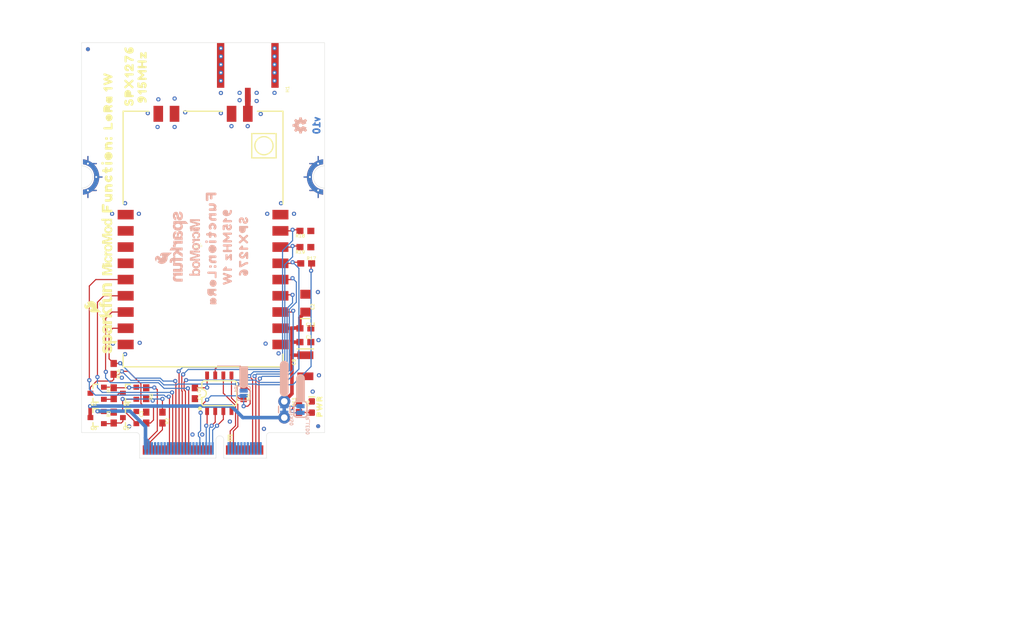
<source format=kicad_pcb>
(kicad_pcb (version 20211014) (generator pcbnew)
  (layers (0 "F.Cu" signal) (31 "B.Cu" signal) (34 "B.Paste" user) (35 "F.Paste" user) (36 "B.SilkS" user "B.Silkscreen") (37 "F.SilkS" user "F.Silkscreen") (38 "B.Mask" user) (39 "F.Mask" user) (44 "Edge.Cuts" user))
  (net 0 "")
  (net 1 "SPI_SCK")
  (net 2 "GND")
  (net 3 "3.3V")
  (net 4 "SPI_COPI")
  (net 5 "SPI_CIPO")
  (net 6 "5V")
  (net 7 "N$6")
  (net 8 "N$5")
  (net 9 "LORA_~{RST}")
  (net 10 "LORA_TXEN")
  (net 11 "LORA_RXEN")
  (net 12 "LORA_~{CS}")
  (net 13 "LORA_D0")
  (net 14 "LORA_D1")
  (net 15 "LORA_D2")
  (net 16 "VCC")
  (net 17 "N$1")
  (net 18 "N$4")
  (net 19 "VCC_IN")
  (net 20 "PWR_EN")
  (net 21 "3.3V_IN")
  (net 22 "A0")
  (net 23 "A2")
  (net 24 "A1")
  (net 25 "I2C_SCL")
  (net 26 "I2C_SDA")
  (net 27 "N$2")
  (net 28 "N$3")
  (net 29 "EWP")
  (footprint "boardEagle:PWR0" (layer "F.Cu") (at 166.7011 129.4036 90)
    (fp_text reference "U$7" hide)
    (fp_text value "" hide)
  )
  (footprint "boardEagle:STAND-OFF" (layer "F.Cu") (at 163.7411 80.3536 90)
    (fp_text reference "H1")
    (fp_text value "STAND-OFF")
  )
  (footprint "boardEagle:MICROMOD_LOGO_.35" (layer "F.Cu") (at 133.5011 104.5036 90)
    (fp_text reference "U$63" hide)
    (fp_text value "" hide)
  )
  (footprint "boardEagle:0603" (layer "F.Cu") (at 164.5031 104.4836 180)
    (fp_text reference "R19")
    (fp_text value "100k")
  )
  (footprint "boardEagle:E19-915MS1W" (layer "F.Cu") (at 148.5011 103.2136 180)
    (fp_text reference "U4")
    (fp_text value "E19-915M30S")
  )
  (footprint "boardEagle:0603" (layer "F.Cu") (at 164.6301 107.0236)
    (fp_text reference "R17")
    (fp_text value "100k")
  )
  (footprint "boardEagle:LORA0" (layer "F.Cu") (at 133.6421 83.4016 90)
    (fp_text reference "U$5" hide)
    (fp_text value "" hide)
  )
  (footprint "boardEagle:ORDERING_INSTRUCTIONS" (layer "F.Cu") (at 175.1711 76.5436)
    (fp_text reference "LOGO2" hide)
    (fp_text value "SPECIAL_INSTRUCTIONS-ORDERING" hide)
  )
  (footprint "boardEagle:SFE_LOGO_NAME_FLAME_.1" (layer "F.Cu") (at 133.6421 115.5326 90)
    (fp_text reference "LOGO1" hide)
    (fp_text value "SFE_LOGO_NAME_FLAME.1_INCH" hide)
  )
  (footprint "boardEagle:0603" (layer "F.Cu") (at 154.8511 127.3436 -90)
    (fp_text reference "R4")
    (fp_text value "10k")
  )
  (footprint "boardEagle:0603" (layer "F.Cu") (at 163.5011 129.5036 90)
    (fp_text reference "R11")
    (fp_text value "1k")
  )
  (footprint "boardEagle:SPX12763" (layer "F.Cu") (at 136.9441 77.6866 90)
    (fp_text reference "U$6" hide)
    (fp_text value "" hide)
  )
  (footprint "boardEagle:FUNCTION#0" (layer "F.Cu") (at 133.5151 93.0536 90)
    (fp_text reference "U$8" hide)
    (fp_text value "" hide)
  )
  (footprint "boardEagle:SOT23-3" (layer "F.Cu") (at 137.0711 127.3436 90)
    (fp_text reference "Q8")
    (fp_text value "5.8A/30V/35mΩ")
  )
  (footprint "boardEagle:0603" (layer "F.Cu") (at 134.5311 123.5336 -90)
    (fp_text reference "R16")
    (fp_text value "100k")
  )
  (footprint "boardEagle:0603" (layer "F.Cu") (at 139.6111 131.1536 90)
    (fp_text reference "C3")
    (fp_text value "0.1uF")
  )
  (footprint "boardEagle:FIDUCIAL-MICRO" (layer "F.Cu") (at 130.5011 73.5036 90)
    (fp_text reference "FD2" hide)
    (fp_text value "FIDUCIALUFIDUCIAL" hide)
  )
  (footprint "boardEagle:SOT23-3" (layer "F.Cu") (at 131.9911 127.3436 90)
    (fp_text reference "Q2")
    (fp_text value "20V/4.2A/52mΩ/1.4W")
  )
  (footprint "boardEagle:SMA-EDGE-SMD" (layer "F.Cu") (at 155.5011 72.5436)
    (fp_text reference "E1" hide)
    (fp_text value "RP-SMA" hide)
  )
  (footprint "boardEagle:M.2-CARD-E-22_FUNCTION_STANDARD" (layer "F.Cu") (at 148.5011 137.5036)
    (fp_text reference "J11" hide)
    (fp_text value "MICROMOD_FUNCTION_STANDARD" hide)
    (fp_arc (start -19 -45.75) (mid -17.25 -44) (end -19 -42.25) (layer "Edge.Cuts") (width 0.0508))
    (fp_arc (start 19 -42.25) (mid 17.25 -44) (end 19 -45.75) (layer "Edge.Cuts") (width 0.0508))
  )
  (footprint "boardEagle:0603" (layer "F.Cu") (at 134.5311 131.1536 90)
    (fp_text reference "R3")
    (fp_text value "10k")
  )
  (footprint "boardEagle:0603" (layer "F.Cu") (at 142.1511 131.1536 -90)
    (fp_text reference "R2")
    (fp_text value "470")
  )
  (footprint "boardEagle:0603" (layer "F.Cu") (at 164.5031 119.3426)
    (fp_text reference "C1")
    (fp_text value "0.1uF")
  )
  (footprint "boardEagle:LED-0603" (layer "F.Cu") (at 165.5011 129.5036 90)
    (fp_text reference "D5")
    (fp_text value "RED")
  )
  (footprint "boardEagle:0603" (layer "F.Cu") (at 139.6111 127.3436 -90)
    (fp_text reference "R6")
    (fp_text value "100k")
  )
  (footprint "boardEagle:0603" (layer "F.Cu") (at 134.5311 127.3436 90)
    (fp_text reference "R1")
    (fp_text value "10k")
  )
  (footprint "boardEagle:SOT23-3" (layer "F.Cu") (at 137.0711 131.1536 90)
    (fp_text reference "Q9")
    (fp_text value "5.8A/30V/35mΩ")
  )
  (footprint "boardEagle:1W1" (layer "F.Cu") (at 133.6421 78.5756 90)
    (fp_text reference "U$2" hide)
    (fp_text value "" hide)
  )
  (footprint "boardEagle:CREATIVE_COMMONS" (layer "F.Cu") (at 137.0711 165.4436)
    (fp_text reference "FRAME2" hide)
    (fp_text value "FRAME-LETTER" hide)
  )
  (footprint "boardEagle:SO08" (layer "F.Cu") (at 151.0411 127.3436)
    (fp_text reference "U1")
    (fp_text value "EEPROM")
  )
  (footprint "boardEagle:0603" (layer "F.Cu") (at 164.5031 101.9436 180)
    (fp_text reference "R18")
    (fp_text value "100k")
  )
  (footprint "boardEagle:0603" (layer "F.Cu") (at 147.2311 127.3436 -90)
    (fp_text reference "C4")
    (fp_text value "0.1uF")
  )
  (footprint "boardEagle:FIDUCIAL-MICRO" (layer "F.Cu") (at 166.5011 132.5036 90)
    (fp_text reference "FD1" hide)
    (fp_text value "FIDUCIALUFIDUCIAL" hide)
  )
  (footprint "boardEagle:0603" (layer "F.Cu") (at 164.5031 117.1836)
    (fp_text reference "C13")
    (fp_text value "0.22uF")
  )
  (footprint "boardEagle:EIA3216" (layer "F.Cu") (at 164.5031 113.2466 -90)
    (fp_text reference "C2")
    (fp_text value "10uF")
  )
  (footprint "boardEagle:SOT23-3" (layer "F.Cu") (at 131.9911 131.1536 90)
    (fp_text reference "Q6")
    (fp_text value "20V/4.2A/52mΩ/1.4W")
  )
  (footprint "boardEagle:EIA3528" (layer "F.Cu") (at 164.5011 123.0436 90)
    (fp_text reference "C8")
    (fp_text value "47uF")
  )
  (footprint "boardEagle:915MHZ2" (layer "F.Cu") (at 138.9761 77.8136 90)
    (fp_text reference "U$3" hide)
    (fp_text value "" hide)
  )
  (footprint "boardEagle:#MEAS#3" (layer "B.Cu") (at 161.2011 122.2636 -90)
    (fp_text reference "U$28" hide)
    (fp_text value "" hide)
  )
  (footprint "boardEagle:LORA0" (layer "B.Cu") (at 149.8981 110.9606 -90)
    (fp_text reference "U$1" hide)
    (fp_text value "" hide)
  )
  (footprint "boardEagle:FUNCTION#0" (layer "B.Cu") (at 149.7711 101.9436 -90)
    (fp_text reference "U$4" hide)
    (fp_text value "" hide)
  )
  (footprint "boardEagle:#WP#0" (layer "B.Cu") (at 154.8511 124.6766 -90)
    (fp_text reference "U$10" hide)
    (fp_text value "" hide)
  )
  (footprint "boardEagle:FIDUCIAL-MICRO" (layer "B.Cu") (at 166.5011 132.5036 -90)
    (fp_text reference "FD3" hide)
    (fp_text value "FIDUCIALUFIDUCIAL" hide)
  )
  (footprint "boardEagle:FIDUCIAL-MICRO" (layer "B.Cu") (at 130.5011 73.5036 -90)
    (fp_text reference "FD4" hide)
    (fp_text value "FIDUCIALUFIDUCIAL" hide)
  )
  (footprint "boardEagle:SMT-JUMPER_2_NO_SILK" (layer "B.Cu") (at 154.8511 127.3436 -90)
    (fp_text reference "JP1")
    (fp_text value "JUMPER-SMT_2_NO_SILK")
  )
  (footprint "boardEagle:SMT-JUMPER_2_NC_TRACE_SILK" (layer "B.Cu") (at 163.7411 129.8836 90)
    (fp_text reference "PWR_LED0")
    (fp_text value "JUMPER-SMT_2_NC_TRACE_SILK")
  )
  (footprint "boardEagle:SPX12763" (layer "B.Cu") (at 154.8511 104.4836 -90)
    (fp_text reference "U$27" hide)
    (fp_text value "" hide)
  )
  (footprint "boardEagle:OSHW-LOGO-MINI" (layer "B.Cu") (at 163.7411 85.4336 -90)
    (fp_text reference "LOGO3" hide)
    (fp_text value "OSHW-LOGOMINI" hide)
  )
  (footprint "boardEagle:MICROMOD_LOGO_.35" (layer "B.Cu") (at 147.2311 104.4836 -90)
    (fp_text reference "U$37" hide)
    (fp_text value "" hide)
  )
  (footprint "boardEagle:1W1" (layer "B.Cu") (at 152.3111 109.0556 -90)
    (fp_text reference "U$30" hide)
    (fp_text value "" hide)
  )
  (footprint "boardEagle:COMBO-JUMPER_2_NC_TRACE" (layer "B.Cu") (at 161.2011 129.8836 90)
    (fp_text reference "MEAS0")
    (fp_text value "JUMPER-COMBO_2_NC_TRACE")
  )
  (footprint "boardEagle:915MHZ2" (layer "B.Cu") (at 152.3111 102.7056 -90)
    (fp_text reference "U$29" hide)
    (fp_text value "" hide)
  )
  (footprint "boardEagle:SFE_LOGO_NAME_FLAME_.1" (layer "B.Cu") (at 144.6911 104.4836 -90)
    (fp_text reference "LOGO4" hide)
    (fp_text value "SFE_LOGO_NAME_FLAME.1_INCH" hide)
  )
  (footprint "boardEagle:#PWR#0" (layer "B.Cu") (at 163.7411 126.7086 -90)
    (fp_text reference "U$9" hide)
    (fp_text value "" hide)
  )
  (gr_line (start 167.5011 133.5036) (end 167.5011 72.5036) (layer "Edge.Cuts") (width 0.05))
  (gr_line (start 158.4261 137.5036) (end 158.4261 134.0036) (layer "Edge.Cuts") (width 0.05))
  (gr_line (start 138.1011 133.5036) (end 129.5011 133.5036) (layer "Edge.Cuts") (width 0.05))
  (gr_line (start 167.5011 72.5036) (end 129.5011 72.5036) (layer "Edge.Cuts") (width 0.05))
  (gr_line (start 158.4261 137.5036) (end 151.7261 137.5036) (layer "Edge.Cuts") (width 0.05))
  (gr_line (start 158.9011 133.5036) (end 167.5011 133.5036) (layer "Edge.Cuts") (width 0.05))
  (gr_arc (start 158.4261 134.0036) (mid 158.560047 133.655224) (end 158.9011 133.5036) (layer "Edge.Cuts") (width 0.05))
  (gr_line (start 151.7261 137.5036) (end 151.7261 134.6036) (layer "Edge.Cuts") (width 0.05))
  (gr_line (start 129.5011 72.5036) (end 129.5011 133.5036) (layer "Edge.Cuts") (width 0.05))
  (gr_line (start 150.5261 137.5036) (end 150.5261 134.6036) (layer "Edge.Cuts") (width 0.05))
  (gr_arc (start 138.1011 133.5036) (mid 138.442153 133.655224) (end 138.5761 134.0036) (layer "Edge.Cuts") (width 0.05))
  (gr_line (start 150.5261 137.5036) (end 138.5761 137.5036) (layer "Edge.Cuts") (width 0.05))
  (gr_arc (start 150.5261 134.6036) (mid 151.126101 134.003079) (end 151.7261 134.603602) (layer "Edge.Cuts") (width 0.05))
  (gr_line (start 138.5761 137.5036) (end 138.5761 134.0036) (layer "Edge.Cuts") (width 0.05))
  (gr_text "v10" (at 166.2811 85.4336 -270) (layer "B.Cu") (effects (font (size 1.016 1.016) (thickness 0.254)) (justify mirror)))
  (segment (start 162.4031 114.6336) (end 160.6011 114.6336) (width 0.1778) (layer "F.Cu") (net 1))
  (segment (start 157.2511 125.1976) (end 157.2511 136.2286) (width 0.1778) (layer "F.Cu") (net 1))
  (segment (start 157.3911 125.0576) (end 157.2511 125.1976) (width 0.1778) (layer "F.Cu") (net 1))
  (segment (start 162.5931 114.4436) (end 162.4031 114.6336) (width 0.1778) (layer "F.Cu") (net 1))
  (via (at 157.3911 125.0576) (size 0.6604) (drill 0.3048) (layers "F.Cu" "B.Cu") (net 1))
  (via (at 162.5931 114.4436) (size 0.6604) (drill 0.3048) (layers "F.Cu" "B.Cu") (net 1))
  (segment (start 161.603 124.6935) (end 157.7552 124.6935) (width 0.1778) (layer "B.Cu") (net 1))
  (segment (start 157.3911 125.0576) (end 157.7552 124.6935) (width 0.1778) (layer "B.Cu") (net 1))
  (segment (start 162.5931 123.7034) (end 161.603 124.6935) (width 0.1778) (layer "B.Cu") (net 1))
  (segment (start 162.5931 123.7034) (end 162.5931 114.4436) (width 0.1778) (layer "B.Cu") (net 1))
  (segment (start 131.8011 94.3036) (end 131.8011 93.5036) (width 0.254) (layer "F.Cu") (net 2))
  (segment (start 165.2011 94.3036) (end 165.2011 93.5036) (width 0.254) (layer "F.Cu") (net 2))
  (segment (start 130.5011 95.6036) (end 131.8011 94.3036) (width 0.254) (layer "F.Cu") (net 2))
  (segment (start 166.5011 95.6036) (end 165.2011 94.3036) (width 0.254) (layer "F.Cu") (net 2))
  (via (at 156.8831 80.3376) (size 0.6604) (drill 0.3048) (layers "F.Cu" "B.Cu") (net 2))
  (via (at 136.9441 132.5346) (size 0.6604) (drill 0.3048) (layers "F.Cu" "B.Cu") (net 2))
  (via (at 159.6771 75.9086) (size 0.6604) (drill 0.3048) (layers "F.Cu" "B.Cu") (net 2))
  (via (at 157.5181 83.6396) (size 0.6604) (drill 0.3048) (layers "F.Cu" "B.Cu") (net 2))
  (via (at 151.2951 73.3686) (size 0.6604) (drill 0.3048) (layers "F.Cu" "B.Cu") (net 2))
  (via (at 160.3121 121.1046) (size 0.6604) (drill 0.3048) (layers "F.Cu" "B.Cu") (net 2))
  (via (at 159.6771 77.1786) (size 0.6604) (drill 0.3048) (layers "F.Cu" "B.Cu") (net 2))
  (via (at 136.3091 121.2316) (size 0.6604) (drill 0.3048) (layers "F.Cu" "B.Cu") (net 2))
  (via (at 151.2951 74.6386) (size 0.6604) (drill 0.3048) (layers "F.Cu" "B.Cu") (net 2))
  (via (at 141.5161 81.3536) (size 0.6604) (drill 0.3048) (layers "F.Cu" "B.Cu") (net 2))
  (via (at 151.2951 77.1786) (size 0.6604) (drill 0.3048) (layers "F.Cu" "B.Cu") (net 2))
  (via (at 139.8651 83.5126) (size 0.6604) (drill 0.3048) (layers "F.Cu" "B.Cu") (net 2))
  (via (at 138.4681 99.2606) (size 0.6604) (drill 0.3048) (layers "F.Cu" "B.Cu") (net 2))
  (via (at 159.6771 80.3376) (size 0.6604) (drill 0.3048) (layers "F.Cu" "B.Cu") (net 2))
  (via (at 134.4041 119.5806) (size 0.6604) (drill 0.3048) (layers "F.Cu" "B.Cu") (net 2))
  (via (at 159.6771 78.4486) (size 0.6604) (drill 0.3048) (layers "F.Cu" "B.Cu") (net 2))
  (via (at 159.6771 73.3686) (size 0.6604) (drill 0.3048) (layers "F.Cu" "B.Cu") (net 2))
  (via (at 166.4621 111.5086) (size 0.6604) (drill 0.3048) (layers "F.Cu" "B.Cu") (net 2))
  (via (at 158.5341 99.2606) (size 0.6604) (drill 0.3048) (layers "F.Cu" "B.Cu") (net 2))
  (via (at 151.2951 83.5126) (size 0.6604) (drill 0.3048) (layers "F.Cu" "B.Cu") (net 2))
  (via (at 162.7251 99.2606) (size 0.6604) (drill 0.3048) (layers "F.Cu" "B.Cu") (net 2))
  (via (at 152.6921 131.7726) (size 0.6604) (drill 0.3048) (layers "F.Cu" "B.Cu") (net 2))
  (via (at 151.2951 78.4486) (size 0.6604) (drill 0.3048) (layers "F.Cu" "B.Cu") (net 2))
  (via (at 138.5951 119.4536) (size 0.6604) (drill 0.3048) (layers "F.Cu" "B.Cu") (net 2))
  (via (at 136.3091 97.6096) (size 0.6604) (drill 0.3048) (layers "F.Cu" "B.Cu") (net 2))
  (via (at 145.7071 83.3856) (size 0.6604) (drill 0.3048) (layers "F.Cu" "B.Cu") (net 2))
  (via (at 158.0261 132.9156) (size 0.6604) (drill 0.3048) (layers "F.Cu" "B.Cu") (net 2))
  (via (at 159.6771 74.6386) (size 0.6604) (drill 0.3048) (layers "F.Cu" "B.Cu") (net 2))
  (via (at 152.9461 85.5446) (size 0.6604) (drill 0.3048) (layers "F.Cu" "B.Cu") (net 2))
  (via (at 144.0561 81.2266) (size 0.6604) (drill 0.3048) (layers "F.Cu" "B.Cu") (net 2))
  (via (at 166.5541 119.0346) (size 0.6604) (drill 0.3048) (layers "F.Cu" "B.Cu") (net 2))
  (via (at 151.2951 75.9086) (size 0.6604) (drill 0.3048) (layers "F.Cu" "B.Cu") (net 2))
  (via (at 166.6271 124.5336) (size 0.6604) (drill 0.3048) (layers "F.Cu" "B.Cu") (net 2))
  (via (at 134.2771 99.2606) (size 0.6604) (drill 0.3048) (layers "F.Cu" "B.Cu") (net 2))
  (via (at 165.6461 127.0896) (size 0.6604) (drill 0.3048) (layers "F.Cu" "B.Cu") (net 2))
  (via (at 155.4861 85.5446) (size 0.6604) (drill 0.3048) (layers "F.Cu" "B.Cu") (net 2))
  (via (at 148.3741 133.8046) (size 0.6604) (drill 0.3048) (layers "F.Cu" "B.Cu") (net 2))
  (via (at 144.0561 85.6716) (size 0.6604) (drill 0.3048) (layers "F.Cu" "B.Cu") (net 2))
  (via (at 156.8831 81.6076) (size 0.6604) (drill 0.3048) (layers "F.Cu" "B.Cu") (net 2))
  (via (at 158.2801 119.5806) (size 0.6604) (drill 0.3048) (layers "F.Cu" "B.Cu") (net 2))
  (via (at 151.2951 80.3536) (size 0.6604) (drill 0.3048) (layers "F.Cu" "B.Cu") (net 2))
  (via (at 135.8011 124.9146) (size 0.6604) (drill 0.3048) (layers "F.Cu" "B.Cu") (net 2))
  (via (at 154.2161 81.4806) (size 0.6604) (drill 0.3048) (layers "F.Cu" "B.Cu") (net 2))
  (via (at 141.3891 85.6716) (size 0.6604) (drill 0.3048) (layers "F.Cu" "B.Cu") (net 2))
  (via (at 160.6931 97.6096) (size 0.6604) (drill 0.3048) (layers "F.Cu" "B.Cu") (net 2))
  (via (at 154.2161 80.3376) (size 0.6604) (drill 0.3048) (layers "F.Cu" "B.Cu") (net 2))
  (via (at 146.8501 133.8046) (size 0.6604) (drill 0.3048) (layers "F.Cu" "B.Cu") (net 2))
  (segment (start 134.2771 125.4386) (end 134.5311 125.1846) (width 0.1778) (layer "F.Cu") (net 3))
  (segment (start 138.7878 128.9333) (end 139.1031 129.2486) (width 0.1778) (layer "F.Cu") (net 3))
  (segment (start 140.2851 132.0036) (end 140.7541 131.5346) (width 0.1778) (layer "F.Cu") (net 3))
  (segment (start 131.8641 125.4386) (end 134.2771 125.4386) (width 0.1778) (layer "F.Cu") (net 3))
  (segment (start 136.819268 123.9146) (end 138.7878 125.883132) (width 0.1778) (layer "F.Cu") (net 3))
  (segment (start 130.8911 126.4116) (end 131.8641 125.4386) (width 0.1778) (layer "F.Cu") (net 3))
  (segment (start 140.7541 131.5346) (end 140.7541 129.5026) (width 0.1778) (layer "F.Cu") (net 3))
  (segment (start 149.1361 124.5436) (end 149.1361 126.4546) (width 0.1778) (layer "F.Cu") (net 3))
  (segment (start 154.8511 128.1936) (end 154.172 128.1936) (width 0.1778) (layer "F.Cu") (net 3))
  (segment (start 149.0971 126.4936) (end 149.1361 126.4546) (width 0.1778) (layer "F.Cu") (net 3))
  (segment (start 139.6111 132.0036) (end 140.2851 132.0036) (width 0.1778) (layer "F.Cu") (net 3))
  (segment (start 165.3921 107.1116) (end 165.4801 107.0236) (width 0.1778) (layer "F.Cu") (net 3))
  (segment (start 138.7878 125.883132) (end 138.7878 128.9333) (width 0.1778) (layer "F.Cu") (net 3))
  (segment (start 130.8911 127.3436) (end 130.8911 126.4116) (width 0.1778) (layer "F.Cu") (net 3))
  (segment (start 135.3321 124.3836) (end 135.8011 123.9146) (width 0.1778) (layer "F.Cu") (net 3))
  (segment (start 165.3921 108.1666) (end 165.3921 107.1116) (width 0.1778) (layer "F.Cu") (net 3))
  (segment (start 139.1031 129.2486) (end 140.5001 129.2486) (width 0.1778) (layer "F.Cu") (net 3))
  (segment (start 134.5311 124.3836) (end 134.5311 125.1846) (width 0.1778) (layer "F.Cu") (net 3))
  (segment (start 140.7541 129.5026) (end 140.5001 129.2486) (width 0.1778) (layer "F.Cu") (net 3))
  (segment (start 134.5311 124.3836) (end 135.3321 124.3836) (width 0.1778) (layer "F.Cu") (net 3))
  (segment (start 147.2311 126.4936) (end 149.0971 126.4936) (width 0.1778) (layer "F.Cu") (net 3))
  (segment (start 154.172 128.1936) (end 153.8431 127.8647) (width 0.1778) (layer "F.Cu") (net 3))
  (segment (start 153.8431 127.8647) (end 153.8431 125.909725) (width 0.1778) (layer "F.Cu") (net 3))
  (segment (start 135.8011 123.9146) (end 136.819268 123.9146) (width 0.1778) (layer "F.Cu") (net 3))
  (via (at 165.3921 108.1666) (size 0.6604) (drill 0.3048) (layers "F.Cu" "B.Cu") (net 3))
  (via (at 135.8011 123.9146) (size 0.6604) (drill 0.3048) (layers "F.Cu" "B.Cu") (net 3))
  (via (at 149.1361 126.4546) (size 0.6604) (drill 0.3048) (layers "F.Cu" "B.Cu") (net 3))
  (via (at 153.8431 125.909725) (size 0.6604) (drill 0.3048) (layers "F.Cu" "B.Cu") (net 3))
  (segment (start 149.1361 125.909725) (end 153.8431 125.909725) (width 0.1778) (layer "B.Cu") (net 3))
  (segment (start 162.5462 126.0101) (end 165.3921 123.1642) (width 0.1778) (layer "B.Cu") (net 3))
  (segment (start 153.8431 125.909725) (end 156.896175 125.909725) (width 0.1778) (layer "B.Cu") (net 3))
  (segment (start 137.2235 125.337) (end 135.8011 123.9146) (width 0.1778) (layer "B.Cu") (net 3))
  (segment (start 156.99655 126.0101) (end 162.5462 126.0101) (width 0.1778) (layer "B.Cu") (net 3))
  (segment (start 144.40145 126.0355) (end 142.3619 126.0355) (width 0.1778) (layer "B.Cu") (net 3))
  (segment (start 144.527225 125.909725) (end 149.1361 125.909725) (width 0.1778) (layer "B.Cu") (net 3))
  (segment (start 141.6634 125.337) (end 137.2235 125.337) (width 0.1778) (layer "B.Cu") (net 3))
  (segment (start 142.3619 126.0355) (end 141.6634 125.337) (width 0.1778) (layer "B.Cu") (net 3))
  (segment (start 165.3921 123.1642) (end 165.3921 108.1666) (width 0.1778) (layer "B.Cu") (net 3))
  (segment (start 149.1361 126.4546) (end 149.1361 125.909725) (width 0.1778) (layer "B.Cu") (net 3))
  (segment (start 144.527225 125.909725) (end 144.40145 126.0355) (width 0.1778) (layer "B.Cu") (net 3))
  (segment (start 156.896175 125.909725) (end 156.99655 126.0101) (width 0.1778) (layer "B.Cu") (net 3))
  (segment (start 156.7511 136.2286) (end 156.7511 124.8748) (width 0.1778) (layer "F.Cu") (net 4))
  (segment (start 162.4931 109.3436) (end 162.2831 109.5536) (width 0.1778) (layer "F.Cu") (net 4))
  (segment (start 162.2831 109.5536) (end 160.6011 109.5536) (width 0.1778) (layer "F.Cu") (net 4))
  (segment (start 156.7511 124.8748) (end 156.5529 124.6766) (width 0.1778) (layer "F.Cu") (net 4))
  (via (at 156.5529 124.6766) (size 0.6604) (drill 0.3048) (layers "F.Cu" "B.Cu") (net 4))
  (via (at 162.4931 109.3436) (size 0.6604) (drill 0.3048) (layers "F.Cu" "B.Cu") (net 4))
  (segment (start 161.9962 123.7974) (end 161.9962 114.19635) (width 0.1778) (layer "B.Cu") (net 4))
  (segment (start 163.0931 109.9436) (end 163.0931 113.099447) (width 0.1778) (layer "B.Cu") (net 4))
  (segment (start 161.9962 114.19635) (end 163.0931 113.099447) (width 0.1778) (layer "B.Cu") (net 4))
  (segment (start 156.7942 124.42935) (end 156.88565 124.3379) (width 0.1778) (layer "B.Cu") (net 4))
  (segment (start 163.0931 109.9436) (end 162.4931 109.3436) (width 0.1778) (layer "B.Cu") (net 4))
  (segment (start 156.88565 124.3379) (end 161.4557 124.3379) (width 0.1778) (layer "B.Cu") (net 4))
  (segment (start 161.9962 123.7974) (end 161.4557 124.3379) (width 0.1778) (layer "B.Cu") (net 4))
  (segment (start 156.7942 124.4353) (end 156.7942 124.42935) (width 0.1778) (layer "B.Cu") (net 4))
  (segment (start 156.5529 124.6766) (end 156.7942 124.4353) (width 0.1778) (layer "B.Cu") (net 4))
  (segment (start 155.956 124.9179) (end 155.7147 124.6766) (width 0.1778) (layer "F.Cu") (net 5))
  (segment (start 162.4962 111.9436) (end 160.7511 111.9436) (width 0.1778) (layer "F.Cu") (net 5))
  (segment (start 156.2511 136.2286) (end 156.2511 125.218954) (width 0.1778) (layer "F.Cu") (net 5))
  (segment (start 156.2511 125.218954) (end 155.956 124.923854) (width 0.1778) (layer "F.Cu") (net 5))
  (segment (start 160.7511 111.9436) (end 160.6011 112.0936) (width 0.1778) (layer "F.Cu") (net 5))
  (segment (start 155.956 124.923854) (end 155.956 124.9179) (width 0.1778) (layer "F.Cu") (net 5))
  (via (at 155.7147 124.6766) (size 0.6604) (drill 0.3048) (layers "F.Cu" "B.Cu") (net 5))
  (via (at 162.4962 111.9436) (size 0.6604) (drill 0.3048) (layers "F.Cu" "B.Cu") (net 5))
  (segment (start 156.40305 123.9823) (end 161.3084 123.9823) (width 0.1778) (layer "B.Cu") (net 5))
  (segment (start 155.956 124.42935) (end 156.40305 123.9823) (width 0.1778) (layer "B.Cu") (net 5))
  (segment (start 162.4962 113.19345) (end 162.4962 111.9436) (width 0.1778) (layer "B.Cu") (net 5))
  (segment (start 155.7147 124.6766) (end 155.956 124.4353) (width 0.1778) (layer "B.Cu") (net 5))
  (segment (start 161.6406 114.04905) (end 162.4962 113.19345) (width 0.1778) (layer "B.Cu") (net 5))
  (segment (start 161.3084 123.9823) (end 161.6406 123.6501) (width 0.1778) (layer "B.Cu") (net 5))
  (segment (start 161.6406 123.6501) (end 161.6406 114.04905) (width 0.1778) (layer "B.Cu") (net 5))
  (segment (start 155.956 124.4353) (end 155.956 124.42935) (width 0.1778) (layer "B.Cu") (net 5))
  (segment (start 160.6011 117.1736) (end 162.4011 117.1736) (width 0.5588) (layer "F.Cu") (net 6))
  (segment (start 162.5981 119.3426) (end 162.4011 119.1456) (width 0.5588) (layer "F.Cu") (net 6))
  (segment (start 163.6001 117.1306) (end 163.6531 117.1836) (width 0.5588) (layer "F.Cu") (net 6))
  (segment (start 163.6531 119.3426) (end 162.5981 119.3426) (width 0.5588) (layer "F.Cu") (net 6))
  (segment (start 162.4511 121.3936) (end 162.4011 121.3436) (width 0.5588) (layer "F.Cu") (net 6))
  (segment (start 162.6551 117.1306) (end 163.6001 117.1306) (width 0.5588) (layer "F.Cu") (net 6))
  (segment (start 162.4011 119.1456) (end 162.4011 117.1736) (width 0.5588) (layer "F.Cu") (net 6))
  (segment (start 162.4011 121.3436) (end 162.4011 127.4136) (width 0.5588) (layer "F.Cu") (net 6))
  (segment (start 162.4011 121.3436) (end 162.4011 119.1456) (width 0.5588) (layer "F.Cu") (net 6))
  (segment (start 162.4011 127.4136) (end 161.2011 128.6136) (width 0.5588) (layer "F.Cu") (net 6))
  (segment (start 163.6531 117.1836) (end 163.6531 115.4966) (width 0.5588) (layer "F.Cu") (net 6))
  (segment (start 163.6531 115.4966) (end 164.5031 114.6466) (width 0.5588) (layer "F.Cu") (net 6))
  (segment (start 164.5011 121.3936) (end 162.4511 121.3936) (width 0.5588) (layer "F.Cu") (net 6))
  (segment (start 162.6551 117.1736) (end 162.6551 117.1306) (width 0.5588) (layer "F.Cu") (net 6))
  (segment (start 162.4011 117.1736) (end 162.6551 117.1736) (width 0.5588) (layer "F.Cu") (net 6))
  (segment (start 161.2011 129.3756) (end 163.7284 129.3756) (width 0.1778) (layer "B.Cu") (net 6))
  (segment (start 161.2011 129.3756) (end 161.2011 128.6136) (width 0.1778) (layer "B.Cu") (net 6))
  (segment (start 163.7284 129.3756) (end 163.7411 129.3629) (width 0.1778) (layer "B.Cu") (net 6))
  (segment (start 163.5011 128.6536) (end 162.4711 129.6836) (width 0.1778) (layer "F.Cu") (net 7))
  (segment (start 162.4711 129.6836) (end 162.4711 130.1376) (width 0.1778) (layer "F.Cu") (net 7))
  (via (at 162.4711 130.1376) (size 0.6604) (drill 0.3048) (layers "F.Cu" "B.Cu") (net 7))
  (segment (start 162.4711 130.1376) (end 162.7378 130.4043) (width 0.1778) (layer "B.Cu") (net 7))
  (segment (start 162.7378 130.4043) (end 163.7411 130.4043) (width 0.1778) (layer "B.Cu") (net 7))
  (segment (start 163.5011 130.3536) (end 165.4741 130.3536) (width 0.1778) (layer "F.Cu") (net 8))
  (segment (start 165.4741 130.3536) (end 165.5011 130.3806) (width 0.1778) (layer "F.Cu") (net 8))
  (segment (start 135.5081 122.6836) (end 134.5311 122.6836) (width 0.1778) (layer "F.Cu") (net 9))
  (segment (start 133.8072 121.9597) (end 133.8072 117.7645) (width 0.1778) (layer "F.Cu") (net 9))
  (segment (start 144.2511 125.5355) (end 144.1542 125.4386) (width 0.1778) (layer "F.Cu") (net 9))
  (segment (start 144.2511 136.2286) (end 144.2511 125.5355) (width 0.1778) (layer "F.Cu") (net 9))
  (segment (start 135.5471 122.6446) (end 135.5081 122.6836) (width 0.1778) (layer "F.Cu") (net 9))
  (segment (start 133.8072 117.7645) (end 134.3981 117.1736) (width 0.1778) (layer "F.Cu") (net 9))
  (segment (start 134.5311 122.6836) (end 133.8072 121.9597) (width 0.1778) (layer "F.Cu") (net 9))
  (segment (start 134.3981 117.1736) (end 136.4011 117.1736) (width 0.1778) (layer "F.Cu") (net 9))
  (via (at 144.1542 125.4386) (size 0.6604) (drill 0.3048) (layers "F.Cu" "B.Cu") (net 9))
  (via (at 135.5471 122.6446) (size 0.6604) (drill 0.3048) (layers "F.Cu" "B.Cu") (net 9))
  (segment (start 142.2679 125.4386) (end 141.8107 124.9814) (width 0.1778) (layer "B.Cu") (net 9))
  (segment (start 144.1542 125.4386) (end 142.2679 125.4386) (width 0.1778) (layer "B.Cu") (net 9))
  (segment (start 137.8839 124.9814) (end 135.5471 122.6446) (width 0.1778) (layer "B.Cu") (net 9))
  (segment (start 141.8107 124.9814) (end 137.8839 124.9814) (width 0.1778) (layer "B.Cu") (net 9))
  (segment (start 160.6011 104.4736) (end 162.3311 104.4736) (width 0.1778) (layer "F.Cu") (net 10))
  (segment (start 163.4731 104.3036) (end 162.5011 104.3036) (width 0.1778) (layer "F.Cu") (net 10))
  (segment (start 163.6531 104.4836) (end 163.4731 104.3036) (width 0.1778) (layer "F.Cu") (net 10))
  (segment (start 145.1784 124.6127) (end 145.3897 124.4014) (width 0.1778) (layer "F.Cu") (net 10))
  (segment (start 145.2511 127.04885) (end 145.1784 126.97615) (width 0.1778) (layer "F.Cu") (net 10))
  (segment (start 145.1784 126.97615) (end 145.1784 124.6127) (width 0.1778) (layer "F.Cu") (net 10))
  (segment (start 145.2511 136.2286) (end 145.2511 127.04885) (width 0.1778) (layer "F.Cu") (net 10))
  (segment (start 162.5011 104.3036) (end 162.3311 104.4736) (width 0.1778) (layer "F.Cu") (net 10))
  (via (at 145.3897 124.4014) (size 0.6604) (drill 0.3048) (layers "F.Cu" "B.Cu") (net 10))
  (via (at 162.5011 104.3036) (size 0.6604) (drill 0.3048) (layers "F.Cu" "B.Cu") (net 10))
  (segment (start 162.5011 105.99945) (end 162.5011 104.3036) (width 0.1778) (layer "B.Cu") (net 10))
  (segment (start 161.285 107.21555) (end 162.5011 105.99945) (width 0.1778) (layer "B.Cu") (net 10))
  (segment (start 160.854 123.6267) (end 161.285 123.1957) (width 0.1778) (layer "B.Cu") (net 10))
  (segment (start 160.854 123.6267) (end 146.1644 123.6267) (width 0.1778) (layer "B.Cu") (net 10))
  (segment (start 146.1644 123.6267) (end 145.3897 124.4014) (width 0.1778) (layer "B.Cu") (net 10))
  (segment (start 161.285 123.1957) (end 161.285 107.21555) (width 0.1778) (layer "B.Cu") (net 10))
  (segment (start 160.6011 101.9336) (end 162.3311 101.9336) (width 0.1778) (layer "F.Cu") (net 11))
  (segment (start 163.4731 101.7636) (end 162.5011 101.7636) (width 0.1778) (layer "F.Cu") (net 11))
  (segment (start 144.7511 123.9746) (end 144.6911 123.9146) (width 0.1778) (layer "F.Cu") (net 11))
  (segment (start 144.7511 136.2286) (end 144.7511 123.9746) (width 0.1778) (layer "F.Cu") (net 11))
  (segment (start 162.3311 101.9336) (end 162.5011 101.7636) (width 0.1778) (layer "F.Cu") (net 11))
  (segment (start 163.6531 101.9436) (end 163.4731 101.7636) (width 0.1778) (layer "F.Cu") (net 11))
  (via (at 162.5011 101.7636) (size 0.6604) (drill 0.3048) (layers "F.Cu" "B.Cu") (net 11))
  (via (at 144.6911 123.9146) (size 0.6604) (drill 0.3048) (layers "F.Cu" "B.Cu") (net 11))
  (segment (start 145.334593 123.271107) (end 144.6911 123.9146) (width 0.1778) (layer "B.Cu") (net 11))
  (segment (start 160.706693 123.271107) (end 145.334593 123.271107) (width 0.1778) (layer "B.Cu") (net 11))
  (segment (start 160.9294 123.0484) (end 160.9294 105.031147) (width 0.1778) (layer "B.Cu") (net 11))
  (segment (start 160.9294 123.0484) (end 160.706693 123.271107) (width 0.1778) (layer "B.Cu") (net 11))
  (segment (start 160.9294 105.031147) (end 162.5011 103.459447) (width 0.1778) (layer "B.Cu") (net 11))
  (segment (start 162.5011 103.459447) (end 162.5011 101.7636) (width 0.1778) (layer "B.Cu") (net 11))
  (segment (start 162.5011 106.8436) (end 162.3311 107.0136) (width 0.1778) (layer "F.Cu") (net 12))
  (segment (start 160.6011 107.0136) (end 162.3311 107.0136) (width 0.1778) (layer "F.Cu") (net 12))
  (segment (start 163.6001 106.8436) (end 162.5011 106.8436) (width 0.1778) (layer "F.Cu") (net 12))
  (segment (start 145.534 125.6044) (end 145.534 126.82885) (width 0.1778) (layer "F.Cu") (net 12))
  (segment (start 163.7801 107.0236) (end 163.6001 106.8436) (width 0.1778) (layer "F.Cu") (net 12))
  (segment (start 145.7511 136.2286) (end 145.7511 127.04595) (width 0.1778) (layer "F.Cu") (net 12))
  (segment (start 145.848 125.2904) (end 145.534 125.6044) (width 0.1778) (layer "F.Cu") (net 12))
  (segment (start 145.7511 127.04595) (end 145.534 126.82885) (width 0.1778) (layer "F.Cu") (net 12))
  (via (at 145.848 125.2904) (size 0.6604) (drill 0.3048) (layers "F.Cu" "B.Cu") (net 12))
  (via (at 162.5011 106.8436) (size 0.6604) (drill 0.3048) (layers "F.Cu" "B.Cu") (net 12))
  (segment (start 163.49 123.5634) (end 163.49 107.79635) (width 0.1778) (layer "B.Cu") (net 12))
  (segment (start 145.848 125.2904) (end 156.77975 125.2904) (width 0.1778) (layer "B.Cu") (net 12))
  (segment (start 161.3989 125.6545) (end 163.49 123.5634) (width 0.1778) (layer "B.Cu") (net 12))
  (segment (start 156.77975 125.2904) (end 157.14385 125.6545) (width 0.1778) (layer "B.Cu") (net 12))
  (segment (start 162.53725 106.8436) (end 163.49 107.79635) (width 0.1778) (layer "B.Cu") (net 12))
  (segment (start 162.5011 106.8436) (end 162.53725 106.8436) (width 0.1778) (layer "B.Cu") (net 12))
  (segment (start 157.14385 125.6545) (end 161.3989 125.6545) (width 0.1778) (layer "B.Cu") (net 12))
  (segment (start 146.2511 136.2286) (end 146.2511 126.7018) (width 0.1778) (layer "F.Cu") (net 13))
  (segment (start 133.2611 115.6436) (end 134.2711 114.6336) (width 0.1778) (layer "F.Cu") (net 13))
  (segment (start 133.2611 123.95945) (end 133.2611 115.6436) (width 0.1778) (layer "F.Cu") (net 13))
  (segment (start 146.2511 126.7018) (end 146.1309 126.5816) (width 0.1778) (layer "F.Cu") (net 13))
  (segment (start 134.2711 114.6336) (end 136.4011 114.6336) (width 0.1778) (layer "F.Cu") (net 13))
  (segment (start 133.302175 124.000525) (end 133.2611 123.95945) (width 0.1778) (layer "F.Cu") (net 13))
  (via (at 146.1309 126.5816) (size 0.6604) (drill 0.3048) (layers "F.Cu" "B.Cu") (net 13))
  (via (at 133.302175 124.000525) (size 0.6604) (drill 0.3048) (layers "F.Cu" "B.Cu") (net 13))
  (segment (start 133.2611 124.9306) (end 133.2611 124.0416) (width 0.1778) (layer "B.Cu") (net 13))
  (segment (start 141.5161 125.6926) (end 134.0231 125.6926) (width 0.1778) (layer "B.Cu") (net 13))
  (segment (start 146.1309 126.5816) (end 142.4051 126.5816) (width 0.1778) (layer "B.Cu") (net 13))
  (segment (start 142.4051 126.5816) (end 141.5161 125.6926) (width 0.1778) (layer "B.Cu") (net 13))
  (segment (start 134.0231 125.6926) (end 133.2611 124.9306) (width 0.1778) (layer "B.Cu") (net 13))
  (segment (start 133.2611 124.0416) (end 133.302175 124.000525) (width 0.1778) (layer "B.Cu") (net 13))
  (segment (start 131.9911 113.1036) (end 133.0011 112.0936) (width 0.1778) (layer "F.Cu") (net 14))
  (segment (start 143.7511 136.2286) (end 143.7511 127.3135) (width 0.1778) (layer "F.Cu") (net 14))
  (segment (start 133.0011 112.0936) (end 136.4011 112.0936) (width 0.1778) (layer "F.Cu") (net 14))
  (segment (start 143.7511 127.3135) (end 143.6542 127.2166) (width 0.1778) (layer "F.Cu") (net 14))
  (segment (start 131.9911 124.8036) (end 131.9911 113.1036) (width 0.1778) (layer "F.Cu") (net 14))
  (via (at 131.9911 124.8036) (size 0.6604) (drill 0.3048) (layers "F.Cu" "B.Cu") (net 14))
  (via (at 143.6542 127.2166) (size 0.6604) (drill 0.3048) (layers "F.Cu" "B.Cu") (net 14))
  (segment (start 131.9911 126.4546) (end 131.9911 124.8036) (width 0.1778) (layer "B.Cu") (net 14))
  (segment (start 132.7531 127.2166) (end 131.9911 126.4546) (width 0.1778) (layer "B.Cu") (net 14))
  (segment (start 143.6542 127.2166) (end 132.7531 127.2166) (width 0.1778) (layer "B.Cu") (net 14))
  (segment (start 136.4011 109.5536) (end 131.7311 109.5536) (width 0.1778) (layer "F.Cu") (net 15))
  (segment (start 131.7311 109.5536) (end 130.7211 110.5636) (width 0.1778) (layer "F.Cu") (net 15))
  (segment (start 130.7211 110.5636) (end 130.7211 125.3116) (width 0.1778) (layer "F.Cu") (net 15))
  (segment (start 143.2511 136.2286) (end 143.2511 127.9989) (width 0.1778) (layer "F.Cu") (net 15))
  (segment (start 143.2511 127.9989) (end 143.13545 127.88325) (width 0.1778) (layer "F.Cu") (net 15))
  (via (at 143.13545 127.88325) (size 0.6604) (drill 0.3048) (layers "F.Cu" "B.Cu") (net 15))
  (via (at 130.7211 125.3116) (size 0.6604) (drill 0.3048) (layers "F.Cu" "B.Cu") (net 15))
  (segment (start 142.39835 127.6357) (end 131.6482 127.6357) (width 0.1778) (layer "B.Cu") (net 15))
  (segment (start 130.7211 126.7086) (end 130.7211 125.3116) (width 0.1778) (layer "B.Cu") (net 15))
  (segment (start 143.13545 127.88325) (end 142.6459 127.88325) (width 0.1778) (layer "B.Cu") (net 15))
  (segment (start 131.6482 127.6357) (end 130.7211 126.7086) (width 0.1778) (layer "B.Cu") (net 15))
  (segment (start 142.6459 127.88325) (end 142.39835 127.6357) (width 0.1778) (layer "B.Cu") (net 15))
  (segment (start 130.8481 129.3756) (end 130.8481 131.1106) (width 0.5588) (layer "F.Cu") (net 16))
  (segment (start 130.8481 131.1106) (end 130.8911 131.1536) (width 0.5588) (layer "F.Cu") (net 16))
  (via (at 130.8481 129.3756) (size 0.6604) (drill 0.3048) (layers "F.Cu" "B.Cu") (net 16))
  (segment (start 161.2011 130.3916) (end 161.2011 131.1536) (width 0.1778) (layer "B.Cu") (net 16))
  (segment (start 130.8481 129.3756) (end 130.8735 129.3502) (width 0.5588) (layer "B.Cu") (net 16))
  (segment (start 152.9207 129.3502) (end 130.8735 129.3502) (width 0.5588) (layer "B.Cu") (net 16))
  (segment (start 154.7241 131.1536) (end 161.2011 131.1536) (width 0.5588) (layer "B.Cu") (net 16))
  (segment (start 152.9207 129.3502) (end 154.7241 131.1536) (width 0.5588) (layer "B.Cu") (net 16))
  (segment (start 155.5011 83.6136) (end 155.5011 80.6436) (width 0.889) (layer "F.Cu") (net 17))
  (segment (start 140.2511 134.9586) (end 142.1511 133.0586) (width 0.1778) (layer "F.Cu") (net 18))
  (segment (start 142.1511 133.0586) (end 142.1511 132.0036) (width 0.1778) (layer "F.Cu") (net 18))
  (segment (start 140.2511 136.2286) (end 140.2511 134.9586) (width 0.1778) (layer "F.Cu") (net 18))
  (segment (start 132.9911 130.2036) (end 134.4311 130.2036) (width 0.1778) (layer "F.Cu") (net 19))
  (segment (start 132.9911 130.2036) (end 132.0317 130.2036) (width 0.5588) (layer "F.Cu") (net 19))
  (segment (start 132.0317 130.2036) (end 131.9911 130.163) (width 0.5588) (layer "F.Cu") (net 19))
  (segment (start 134.4311 130.2036) (end 134.5311 130.3036) (width 0.1778) (layer "F.Cu") (net 19))
  (via (at 131.9911 130.163) (size 0.6604) (drill 0.3048) (layers "F.Cu" "B.Cu") (net 19))
  (segment (start 139.5011 135.9786) (end 139.5011 134.3286) (width 0.5588) (layer "B.Cu") (net 19))
  (segment (start 139.5011 134.3286) (end 139.5011 132.5676) (width 0.5588) (layer "B.Cu") (net 19))
  (segment (start 132.0165 130.1376) (end 131.9911 130.163) (width 0.5588) (layer "B.Cu") (net 19))
  (segment (start 140.0011 135.9786) (end 140.0011 134.8286) (width 0.3048) (layer "B.Cu") (net 19))
  (segment (start 137.0711 130.1376) (end 132.0165 130.1376) (width 0.5588) (layer "B.Cu") (net 19))
  (segment (start 139.5011 132.5676) (end 137.0711 130.1376) (width 0.5588) (layer "B.Cu") (net 19))
  (segment (start 140.0011 134.8286) (end 139.5011 134.3286) (width 0.3048) (layer "B.Cu") (net 19))
  (segment (start 135.9281 129.883432) (end 135.9281 128.2516) (width 0.1778) (layer "F.Cu") (net 20))
  (segment (start 135.9701 128.2936) (end 135.9281 128.2516) (width 0.1778) (layer "F.Cu") (net 20))
  (segment (start 140.6271 128.4866) (end 140.3341 128.1936) (width 0.1778) (layer "F.Cu") (net 20))
  (segment (start 138.0711 132.1036) (end 138.0711 132.026432) (width 0.1778) (layer "F.Cu") (net 20))
  (segment (start 139.6111 128.1936) (end 140.3341 128.1936) (width 0.1778) (layer "F.Cu") (net 20))
  (segment (start 138.0711 132.026432) (end 135.9281 129.883432) (width 0.1778) (layer "F.Cu") (net 20))
  (segment (start 142.1511 128.2326) (end 142.1511 130.3036) (width 0.1778) (layer "F.Cu") (net 20))
  (segment (start 138.0711 128.2936) (end 135.9701 128.2936) (width 0.1778) (layer "F.Cu") (net 20))
  (via (at 142.1511 128.2326) (size 0.6604) (drill 0.3048) (layers "F.Cu" "B.Cu") (net 20))
  (via (at 135.9281 128.2516) (size 0.6604) (drill 0.3048) (layers "F.Cu" "B.Cu") (net 20))
  (via (at 140.6271 128.4866) (size 0.6604) (drill 0.3048) (layers "F.Cu" "B.Cu") (net 20))
  (segment (start 140.6271 128.2516) (end 135.9281 128.2516) (width 0.1778) (layer "B.Cu") (net 20))
  (segment (start 142.1321 128.2516) (end 140.6271 128.2516) (width 0.1778) (layer "B.Cu") (net 20))
  (segment (start 142.1511 128.2326) (end 142.1321 128.2516) (width 0.1778) (layer "B.Cu") (net 20))
  (segment (start 140.6271 128.4866) (end 140.6271 128.2516) (width 0.1778) (layer "B.Cu") (net 20))
  (segment (start 140.8811 126.4546) (end 141.0081 126.4546) (width 0.1778) (layer "F.Cu") (net 21))
  (segment (start 136.9051 126.4936) (end 134.6581 126.4936) (width 0.1778) (layer "F.Cu") (net 21))
  (segment (start 139.7511 136.2286) (end 139.7511 134.8236) (width 0.1778) (layer "F.Cu") (net 21))
  (segment (start 141.3501 126.7966) (end 141.3501 133.2246) (width 0.1778) (layer "F.Cu") (net 21))
  (segment (start 132.9911 126.3936) (end 134.5581 126.3936) (width 0.1778) (layer "F.Cu") (net 21))
  (segment (start 139.7511 134.8236) (end 141.3501 133.2246) (width 0.1778) (layer "F.Cu") (net 21))
  (segment (start 141.0081 126.4546) (end 141.3501 126.7966) (width 0.1778) (layer "F.Cu") (net 21))
  (segment (start 136.9441 126.4546) (end 136.9051 126.4936) (width 0.1778) (layer "F.Cu") (net 21))
  (segment (start 134.6581 126.4936) (end 134.5311 126.4936) (width 0.1778) (layer "F.Cu") (net 21))
  (segment (start 139.6501 126.4546) (end 140.8811 126.4546) (width 0.1778) (layer "F.Cu") (net 21))
  (segment (start 139.6111 126.4936) (end 139.6501 126.4546) (width 0.1778) (layer "F.Cu") (net 21))
  (segment (start 134.5581 126.3936) (end 134.6581 126.4936) (width 0.1778) (layer "F.Cu") (net 21))
  (via (at 136.9441 126.4546) (size 0.6604) (drill 0.3048) (layers "F.Cu" "B.Cu") (net 21))
  (via (at 140.8811 126.4546) (size 0.6604) (drill 0.3048) (layers "F.Cu" "B.Cu") (net 21))
  (segment (start 136.9441 126.4546) (end 140.8811 126.4546) (width 0.1778) (layer "B.Cu") (net 21))
  (segment (start 149.1361 132.2966) (end 149.1361 130.1436) (width 0.1778) (layer "F.Cu") (net 22))
  (segment (start 149.0091 132.4236) (end 149.1361 132.2966) (width 0.1778) (layer "F.Cu") (net 22))
  (via (at 149.0091 132.4236) (size 0.6604) (drill 0.3048) (layers "F.Cu" "B.Cu") (net 22))
  (segment (start 149.0011 135.9786) (end 149.0011 132.4316) (width 0.1778) (layer "B.Cu") (net 22))
  (segment (start 149.0011 132.4316) (end 149.0091 132.4236) (width 0.1778) (layer "B.Cu") (net 22))
  (segment (start 151.6761 131.43895) (end 150.6855 132.42955) (width 0.1778) (layer "F.Cu") (net 23))
  (segment (start 151.6761 130.1436) (end 151.6761 131.43895) (width 0.1778) (layer "F.Cu") (net 23))
  (via (at 150.6855 132.42955) (size 0.6604) (drill 0.3048) (layers "F.Cu" "B.Cu") (net 23))
  (segment (start 150.0011 133.11395) (end 150.0011 135.9786) (width 0.1778) (layer "B.Cu") (net 23))
  (segment (start 150.6855 132.42955) (end 150.0011 133.11395) (width 0.1778) (layer "B.Cu") (net 23))
  (segment (start 150.4061 130.1436) (end 150.4061 131.8648) (width 0.1778) (layer "F.Cu") (net 24))
  (segment (start 150.4061 131.8648) (end 149.8473 132.4236) (width 0.1778) (layer "F.Cu") (net 24))
  (via (at 149.8473 132.4236) (size 0.6604) (drill 0.3048) (layers "F.Cu" "B.Cu") (net 24))
  (segment (start 149.606 132.67085) (end 149.5011 132.77575) (width 0.1778) (layer "B.Cu") (net 24))
  (segment (start 149.8473 132.4236) (end 149.606 132.6649) (width 0.1778) (layer "B.Cu") (net 24))
  (segment (start 149.5011 135.9786) (end 149.5011 132.77575) (width 0.1778) (layer "B.Cu") (net 24))
  (segment (start 149.606 132.6649) (end 149.606 132.67085) (width 0.1778) (layer "B.Cu") (net 24))
  (segment (start 152.7511 136.2286) (end 152.7511 133.2536) (width 0.1778) (layer "F.Cu") (net 25))
  (segment (start 151.6761 127.3436) (end 151.6761 124.5436) (width 0.1778) (layer "F.Cu") (net 25))
  (segment (start 153.5811 132.4236) (end 153.5811 129.2486) (width 0.1778) (layer "F.Cu") (net 25))
  (segment (start 153.5811 129.2486) (end 151.6761 127.3436) (width 0.1778) (layer "F.Cu") (net 25))
  (segment (start 152.7511 133.2536) (end 153.5811 132.4236) (width 0.1778) (layer "F.Cu") (net 25))
  (segment (start 153.9367 132.5709) (end 153.9367 129.0962) (width 0.1778) (layer "F.Cu") (net 26))
  (segment (start 153.2511 136.2286) (end 153.2511 133.2565) (width 0.1778) (layer "F.Cu") (net 26))
  (segment (start 153.2511 133.2565) (end 153.9367 132.5709) (width 0.1778) (layer "F.Cu") (net 26))
  (segment (start 152.9461 128.1056) (end 152.9461 124.5436) (width 0.1778) (layer "F.Cu") (net 26))
  (segment (start 153.9367 129.0962) (end 152.9461 128.1056) (width 0.1778) (layer "F.Cu") (net 26))
  (segment (start 132.9911 128.2936) (end 134.4311 128.2936) (width 0.1778) (layer "F.Cu") (net 27))
  (segment (start 134.4311 128.2936) (end 134.5311 128.1936) (width 0.1778) (layer "F.Cu") (net 27))
  (segment (start 134.5311 128.1936) (end 135.3811 127.3436) (width 0.1778) (layer "F.Cu") (net 27))
  (segment (start 135.3811 127.3436) (end 135.9711 127.3436) (width 0.1778) (layer "F.Cu") (net 27))
  (segment (start 134.5311 132.0036) (end 134.4311 132.1036) (width 0.1778) (layer "F.Cu") (net 28))
  (segment (start 135.9711 131.7456) (end 135.9711 131.1536) (width 0.1778) (layer "F.Cu") (net 28))
  (segment (start 135.7131 132.0036) (end 135.9711 131.7456) (width 0.1778) (layer "F.Cu") (net 28))
  (segment (start 134.5311 132.0036) (end 135.7131 132.0036) (width 0.1778) (layer "F.Cu") (net 28))
  (segment (start 132.9911 132.1036) (end 134.4311 132.1036) (width 0.1778) (layer "F.Cu") (net 28))
  (segment (start 154.8511 126.4936) (end 154.8511 123.6606) (width 0.1778) (layer "F.Cu") (net 29))
  (segment (start 150.7871 123.1526) (end 150.4061 123.5336) (width 0.1778) (layer "F.Cu") (net 29))
  (segment (start 154.8511 129.3756) (end 155.4861 129.3756) (width 0.1778) (layer "F.Cu") (net 29))
  (segment (start 148.1201 129.3756) (end 149.1361 128.3596) (width 0.1778) (layer "F.Cu") (net 29))
  (segment (start 155.4861 129.3756) (end 155.8671 128.9946) (width 0.1778) (layer "F.Cu") (net 29))
  (segment (start 154.8511 123.6606) (end 154.3431 123.1526) (width 0.1778) (layer "F.Cu") (net 29))
  (segment (start 155.8671 128.9946) (end 155.8671 126.9626) (width 0.1778) (layer "F.Cu") (net 29))
  (segment (start 155.8671 126.9626) (end 155.3981 126.4936) (width 0.1778) (layer "F.Cu") (net 29))
  (segment (start 148.1201 130.3916) (end 148.1201 129.3756) (width 0.1778) (layer "F.Cu") (net 29))
  (segment (start 150.4061 123.5336) (end 150.4061 124.5436) (width 0.1778) (layer "F.Cu") (net 29))
  (segment (start 155.3981 126.4936) (end 154.8511 126.4936) (width 0.1778) (layer "F.Cu") (net 29))
  (segment (start 154.3431 123.1526) (end 150.7871 123.1526) (width 0.1778) (layer "F.Cu") (net 29))
  (via (at 154.8511 129.3756) (size 0.6604) (drill 0.3048) (layers "F.Cu" "B.Cu") (net 29))
  (via (at 148.1201 130.3916) (size 0.6604) (drill 0.3048) (layers "F.Cu" "B.Cu") (net 29))
  (via (at 149.1361 128.3596) (size 0.6604) (drill 0.3048) (layers "F.Cu" "B.Cu") (net 29))
  (segment (start 148.0011 135.9786) (end 148.0011 134.27575) (width 0.1778) (layer "B.Cu") (net 29))
  (segment (start 147.7772 133.55735) (end 148.1201 133.21445) (width 0.1778) (layer "B.Cu") (net 29))
  (segment (start 154.8511 127.75) (end 154.8511 129.3756) (width 0.1778) (layer "B.Cu") (net 29))
  (segment (start 148.0011 134.27575) (end 147.7772 134.05185) (width 0.1778) (layer "B.Cu") (net 29))
  (segment (start 149.7457 127.75) (end 154.8511 127.75) (width 0.1778) (layer "B.Cu") (net 29))
  (segment (start 149.1361 128.3596) (end 149.7457 127.75) (width 0.1778) (layer "B.Cu") (net 29))
  (segment (start 148.1201 133.21445) (end 148.1201 130.3916) (width 0.1778) (layer "B.Cu") (net 29))
  (segment (start 147.7772 134.05185) (end 147.7772 133.55735) (width 0.1778) (layer "B.Cu") (net 29))
)
</source>
